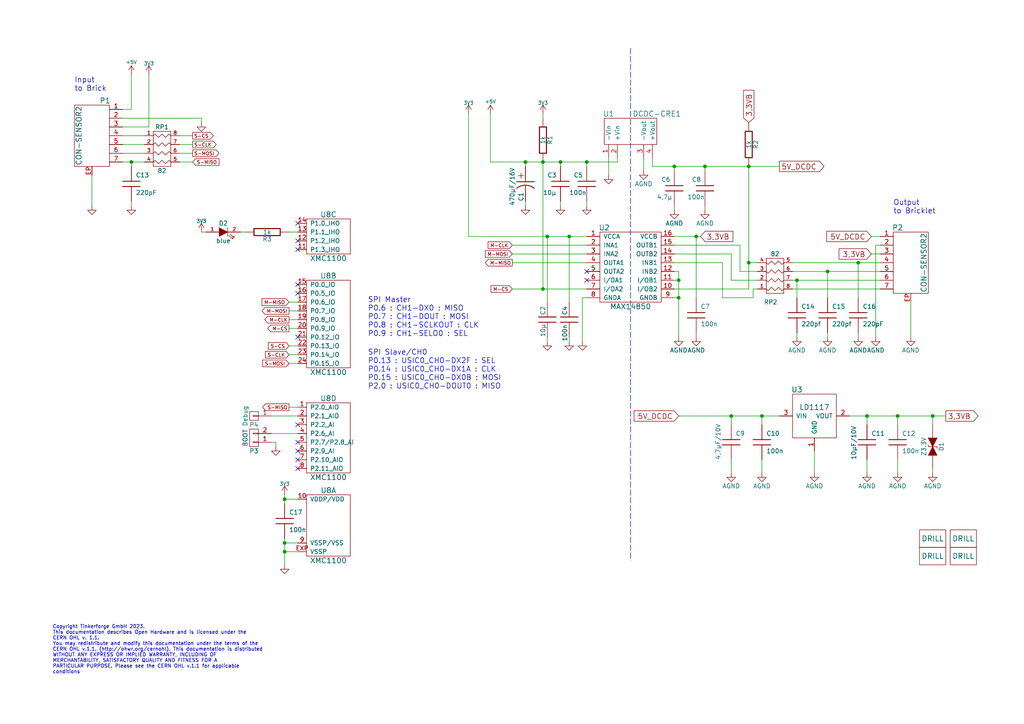
<source format=kicad_sch>
(kicad_sch (version 20211123) (generator eeschema)
  (paper "A4")
  (title_block (title "Bricklet Isolator") (date "2023-01-27") (rev "1.0") (company "Tinkerforge GmbH") (comment 1 "Licensed under CERN OHL v.1.1") (comment 2 "Copyright (©) 2023, T.Schneidermann <tim@tinkerforge.com>"))
  (lib_symbols
    (symbol "tinkerforge:+5V" (power) (pin_names (offset 0))
      (property "Value" "+5V" (at 0 3.556 0))
      (symbol "+5V_0_1"
        (polyline (pts (xy -0.762 1.27) (xy 0 2.54)))
        (polyline (pts (xy 0 0) (xy 0 2.54)))
        (polyline (pts (xy 0 2.54) (xy 0.762 1.27)))
      )
      (symbol "+5V_1_1"
        (pin power_in line (at 0 0 90) (length 0) hide (name "+5V") (number "1"))
      )
    )
    (symbol "tinkerforge:3V3" (power) (pin_names (offset 0))
      (property "Value" "3V3" (at 0 3.556 0))
      (symbol "3V3_0_1"
        (polyline (pts (xy -0.762 1.27) (xy 0 2.54)))
        (polyline (pts (xy 0 0) (xy 0 2.54)))
        (polyline (pts (xy 0 2.54) (xy 0.762 1.27)))
      )
      (symbol "3V3_1_1"
        (pin power_in line (at 0 0 90) (length 0) hide (name "3V3") (number "1"))
      )
    )
    (symbol "tinkerforge:AGND" (power) (pin_names (offset 0))
      (property "Value" "AGND" (at 0 -5.08 0))
      (symbol "AGND_0_1"
        (polyline (pts (xy 0 0) (xy 0 -1.27) (xy 1.27 -1.27) (xy 0 -2.54) (xy -1.27 -1.27) (xy 0 -1.27)))
      )
      (symbol "AGND_1_1"
        (pin power_in line (at 0 0 270) (length 0) hide (name "AGND") (number "1"))
      )
    )
    (symbol "tinkerforge:C" (pin_numbers hide) (pin_names (offset 0.254))
      (property "Reference" "C" (at 1.27 2.54 0))
      (property "Value" "C" (at 1.27 -2.54 0))
      (symbol "C_0_1"
        (polyline (pts (xy -2.54 -0.762) (xy 2.54 -0.762)) (stroke (width 0.254)))
        (polyline (pts (xy -2.54 0.762) (xy 2.54 0.762)) (stroke (width 0.254)))
      )
      (symbol "C_1_1"
        (pin passive line (at 0 5.08 270) (length 4.318) (name "~") (number "1"))
        (pin passive line (at 0 -5.08 90) (length 4.318) (name "~") (number "2"))
      )
    )
    (symbol "tinkerforge:CON-SENSOR2" (pin_names (offset 1.016))
      (property "Reference" "P" (at -3.81 10.16 0))
      (property "Value" "CON-SENSOR2" (at 3.81 0 90))
      (symbol "CON-SENSOR2_0_1"
        (rectangle (start -5.08 8.89) (end 5.08 -8.89))
      )
      (symbol "CON-SENSOR2_1_1"
        (pin passive line (at -8.89 7.62 0) (length 3.81) (name "~") (number "1"))
        (pin passive line (at -8.89 5.08 0) (length 3.81) (name "~") (number "2"))
        (pin passive line (at -8.89 2.54 0) (length 3.81) (name "~") (number "3"))
        (pin passive line (at -8.89 0 0) (length 3.81) (name "~") (number "4"))
        (pin passive line (at -8.89 -2.54 0) (length 3.81) (name "~") (number "5"))
        (pin passive line (at -8.89 -5.08 0) (length 3.81) (name "~") (number "6"))
        (pin passive line (at -8.89 -7.62 0) (length 3.81) (name "~") (number "7"))
        (pin passive line (at 0 -11.43 90) (length 2.54) (name "~") (number "EP"))
      )
    )
    (symbol "tinkerforge:CONN_01X01" (pin_names (offset 1.016) hide)
      (property "Reference" "P" (at 0 2.54 0))
      (property "Value" "CONN_01X01" (at 2.54 0 90))
      (symbol "CONN_01X01_0_1"
        (rectangle (start -1.27 0.127) (end 0.254 -0.127))
        (rectangle (start -1.27 1.27) (end 1.27 -1.27))
      )
      (symbol "CONN_01X01_1_1"
        (pin passive line (at -5.08 0 0) (length 3.81) (name "P1") (number "1"))
      )
    )
    (symbol "tinkerforge:CONN_01X02" (pin_names (offset 1.016) hide)
      (property "Reference" "P" (at 0 3.81 0))
      (property "Value" "CONN_01X02" (at 2.54 0 90))
      (symbol "CONN_01X02_0_1"
        (rectangle (start -1.27 -1.143) (end 0.254 -1.397))
        (rectangle (start -1.27 1.397) (end 0.254 1.143))
        (rectangle (start -1.27 2.54) (end 1.27 -2.54))
      )
      (symbol "CONN_01X02_1_1"
        (pin passive line (at -5.08 1.27 0) (length 3.81) (name "P1") (number "1"))
        (pin passive line (at -5.08 -1.27 0) (length 3.81) (name "P2") (number "2"))
      )
    )
    (symbol "tinkerforge:CP1" (pin_numbers hide) (pin_names (offset 0.254) hide)
      (property "Reference" "C" (at 1.27 2.54 0))
      (property "Value" "CP1" (at 1.27 -2.54 0))
      (symbol "CP1_0_0"
        (text "+" (at -1.27 2.54 0) (effects (font (size 2.032 2.032))))
      )
      (symbol "CP1_0_1"
        (polyline (pts (xy 0 1.27) (xy 0 0.762) (xy 0 0.762)))
        (polyline (pts (xy 2.54 0.635) (xy -2.54 0.635) (xy -2.54 0.635)) (stroke (width 0.254)))
        (arc (start 2.54 -1.27) (mid 0 -0.379) (end -2.54 -1.27) (stroke (width 0.254)))
      )
      (symbol "CP1_1_1"
        (pin passive line (at 0 5.08 270) (length 3.81) (name "~") (number "1"))
        (pin passive line (at 0 -5.08 90) (length 4.572) (name "~") (number "2"))
      )
    )
    (symbol "tinkerforge:DCDC-CRE1" (pin_names (offset 1.016))
      (property "Reference" "U" (at -6.35 5.08 0))
      (property "Value" "DCDC-CRE1" (at 7.62 5.08 0))
      (symbol "DCDC-CRE1_0_1"
        (rectangle (start -7.62 3.81) (end 7.62 -3.81))
      )
      (symbol "DCDC-CRE1_1_1"
        (pin passive line (at -6.35 -7.62 90) (length 3.81) (name "-Vin") (number "1"))
        (pin passive line (at -3.81 -7.62 90) (length 3.81) (name "+Vin") (number "2"))
        (pin passive line (at 3.81 -7.62 90) (length 3.81) (name "-Vout") (number "3"))
        (pin passive line (at 6.35 -7.62 90) (length 3.81) (name "+Vout") (number "4"))
      )
    )
    (symbol "tinkerforge:DRILL" (pin_numbers hide) (pin_names (offset 0) hide)
      (property "Value" "DRILL" (at 0 0 0))
      (symbol "DRILL_0_1"
        (rectangle (start -3.81 2.54) (end 3.81 -2.54))
      )
    )
    (symbol "tinkerforge:GND" (power) (pin_names (offset 0))
      (property "Value" "GND" (at 0 -5.08 0))
      (symbol "GND_0_1"
        (polyline (pts (xy 0 0) (xy 0 -1.27) (xy 1.27 -1.27) (xy 0 -2.54) (xy -1.27 -1.27) (xy 0 -1.27)))
      )
      (symbol "GND_1_1"
        (pin power_in line (at 0 0 270) (length 0) hide (name "GND") (number "1"))
      )
    )
    (symbol "tinkerforge:LD1117" (pin_names (offset 1.016))
      (property "Reference" "U" (at -5.08 12.7 0))
      (property "Value" "LD1117" (at 0 7.62 0))
      (symbol "LD1117_0_1"
        (rectangle (start -6.35 11.43) (end 6.35 -1.27))
      )
      (symbol "LD1117_1_1"
        (pin passive line (at 0 -5.08 90) (length 3.81) (name "GND") (number "1"))
        (pin output line (at 10.16 5.08 180) (length 3.81) (name "VOUT") (number "2"))
        (pin input line (at -10.16 5.08 0) (length 3.81) (name "VIN") (number "3"))
      )
    )
    (symbol "tinkerforge:LED" (pin_names (offset 1.016) hide)
      (property "Reference" "D" (at 0 2.54 0))
      (property "Value" "LED" (at 0 -2.54 0))
      (symbol "LED_0_1"
        (polyline (pts (xy 1.27 1.27) (xy 1.27 -1.27)))
        (polyline (pts (xy -1.27 1.27) (xy 1.27 0) (xy -1.27 -1.27)) (fill (type outline)))
        (polyline (pts (xy 1.651 -1.016) (xy 2.794 -2.032) (xy 2.667 -1.397)))
        (polyline (pts (xy 2.032 -0.635) (xy 3.175 -1.651) (xy 3.048 -1.016)))
      )
      (symbol "LED_1_1"
        (pin passive line (at -5.08 0 0) (length 3.81) (name "A") (number "1"))
        (pin passive line (at 5.08 0 180) (length 3.81) (name "K") (number "2"))
      )
    )
    (symbol "tinkerforge:MAX14850" (pin_names (offset 1.016))
      (property "Reference" "U" (at -7.62 11.43 0))
      (property "Value" "MAX14850" (at 0 -11.43 0))
      (symbol "MAX14850_0_1"
        (rectangle (start -8.89 10.16) (end 8.89 -10.16))
      )
      (symbol "MAX14850_1_1"
        (pin passive line (at -12.7 8.89 0) (length 3.81) (name "VCCA") (number "1"))
        (pin passive line (at 12.7 -6.35 180) (length 3.81) (name "I/OB2") (number "10"))
        (pin passive line (at 12.7 -3.81 180) (length 3.81) (name "I/OB1") (number "11"))
        (pin passive line (at 12.7 -1.27 180) (length 3.81) (name "INB2") (number "12"))
        (pin passive line (at 12.7 1.27 180) (length 3.81) (name "INB1") (number "13"))
        (pin passive line (at 12.7 3.81 180) (length 3.81) (name "OUTB2") (number "14"))
        (pin passive line (at 12.7 6.35 180) (length 3.81) (name "OUTB1") (number "15"))
        (pin passive line (at 12.7 8.89 180) (length 3.81) (name "VCCB") (number "16"))
        (pin passive line (at -12.7 6.35 0) (length 3.81) (name "INA1") (number "2"))
        (pin passive line (at -12.7 3.81 0) (length 3.81) (name "INA2") (number "3"))
        (pin passive line (at -12.7 1.27 0) (length 3.81) (name "OUTA1") (number "4"))
        (pin passive line (at -12.7 -1.27 0) (length 3.81) (name "OUTA2") (number "5"))
        (pin passive line (at -12.7 -3.81 0) (length 3.81) (name "I/OA1") (number "6"))
        (pin passive line (at -12.7 -6.35 0) (length 3.81) (name "I/OA2") (number "7"))
        (pin passive line (at -12.7 -8.89 0) (length 3.81) (name "GNDA") (number "8"))
        (pin passive line (at 12.7 -8.89 180) (length 3.81) (name "GNDB") (number "9"))
      )
    )
    (symbol "tinkerforge:R" (pin_numbers hide) (pin_names (offset 0))
      (property "Reference" "R" (at 2.032 0 90))
      (property "Value" "R" (at 0 0 90))
      (symbol "R_0_1"
        (rectangle (start -1.016 3.81) (end 1.016 -3.81) (stroke (width 0.3048)))
      )
      (symbol "R_1_1"
        (pin passive line (at 0 6.35 270) (length 2.54) (name "~") (number "1"))
        (pin passive line (at 0 -6.35 90) (length 2.54) (name "~") (number "2"))
      )
    )
    (symbol "tinkerforge:R_PACK4" (pin_names hide)
      (property "Reference" "RP" (at 0 11.43 0))
      (property "Value" "R_PACK4" (at 0 -1.27 0))
      (symbol "R_PACK4_0_1"
        (polyline (pts (xy -2.54 10.16) (xy -2.54 0) (xy 2.54 0) (xy 2.54 10.16) (xy -2.54 10.16)))
        (polyline (pts (xy -2.54 1.27) (xy -2.032 1.778) (xy -1.016 0.762) (xy 0 1.778) (xy 1.016 0.762) (xy 2.032 1.778) (xy 2.54 1.27)))
        (polyline (pts (xy -2.54 3.81) (xy -2.032 4.318) (xy -1.016 3.302) (xy 0 4.318) (xy 1.016 3.302) (xy 2.032 4.318) (xy 2.54 3.81)))
        (polyline (pts (xy -2.54 6.35) (xy -2.032 6.858) (xy -1.016 5.842) (xy 0 6.858) (xy 1.016 5.842) (xy 2.032 6.858) (xy 2.54 6.35)))
        (polyline (pts (xy -2.54 8.89) (xy -2.032 9.398) (xy -1.016 8.382) (xy 0 9.398) (xy 1.016 8.382) (xy 2.032 9.398) (xy 2.54 8.89)))
      )
      (symbol "R_PACK4_1_1"
        (pin passive line (at -5.08 8.89 0) (length 2.54) (name "P1") (number "1"))
        (pin passive line (at -5.08 6.35 0) (length 2.54) (name "P2") (number "2"))
        (pin passive line (at -5.08 3.81 0) (length 2.54) (name "P3") (number "3"))
        (pin passive line (at -5.08 1.27 0) (length 2.54) (name "P4") (number "4"))
        (pin passive line (at 5.08 1.27 180) (length 2.54) (name "R4") (number "5"))
        (pin passive line (at 5.08 3.81 180) (length 2.54) (name "R3") (number "6"))
        (pin passive line (at 5.08 6.35 180) (length 2.54) (name "R2") (number "7"))
        (pin passive line (at 5.08 8.89 180) (length 2.54) (name "R1") (number "8"))
      )
    )
    (symbol "tinkerforge:TVS" (pin_numbers hide) (pin_names (offset 1.016) hide)
      (property "Reference" "D" (at -1.27 2.54 0))
      (property "Value" "TVS" (at 0 -2.54 0))
      (symbol "TVS_0_1"
        (polyline (pts (xy 0 -1.27) (xy -0.508 -1.27)))
        (polyline (pts (xy 0 1.27) (xy 0 -1.27)) (stroke (width 0.1524)))
        (polyline (pts (xy 0 1.27) (xy 0.508 1.27)))
        (polyline (pts (xy -2.54 1.27) (xy 0 0) (xy -2.54 -1.27)) (fill (type outline)))
        (polyline (pts (xy -2.54 1.27) (xy 0 0) (xy -2.54 -1.27)) (fill (type outline)))
        (polyline (pts (xy 0 0) (xy 2.54 1.27) (xy 2.54 -1.27) (xy 0 0)) (fill (type outline)))
      )
      (symbol "TVS_1_1"
        (pin passive line (at -6.35 0 0) (length 3.81) (name "A") (number "1"))
        (pin passive line (at 6.35 0 180) (length 3.81) (name "K") (number "2"))
      )
    )
    (symbol "tinkerforge:XMC1XXX24" (pin_names (offset 1.016))
      (property "Reference" "U" (at -3.81 15.24 0))
      (property "Value" "XMC1XXX24" (at 0 -16.51 0))
      (symbol "XMC1XXX24_1_1"
        (rectangle (start -6.35 8.89) (end 6.35 -8.89))
        (pin passive line (at -8.89 7.62 0) (length 2.54) (name "VDDP/VDD") (number "10"))
        (pin passive line (at -8.89 -5.08 0) (length 2.54) (name "VSSP/VSS") (number "9"))
        (pin passive line (at -8.89 -7.62 0) (length 2.54) (name "VSSP") (number "EXP"))
      )
      (symbol "XMC1XXX24_2_1"
        (rectangle (start -6.35 12.7) (end 6.35 -12.7))
        (pin passive line (at -8.89 11.43 0) (length 2.54) (name "P0.0_IO") (number "15"))
        (pin passive line (at -8.89 8.89 0) (length 2.54) (name "P0.5_IO") (number "16"))
        (pin passive line (at -8.89 6.35 0) (length 2.54) (name "P0.6_IO") (number "17"))
        (pin passive line (at -8.89 3.81 0) (length 2.54) (name "P0.7_IO") (number "18"))
        (pin passive line (at -8.89 1.27 0) (length 2.54) (name "P0.8_IO") (number "19"))
        (pin passive line (at -8.89 -1.27 0) (length 2.54) (name "P0.9_IO") (number "20"))
        (pin passive line (at -8.89 -3.81 0) (length 2.54) (name "P0.12_IO") (number "21"))
        (pin passive line (at -8.89 -6.35 0) (length 2.54) (name "P0.13_IO") (number "22"))
        (pin passive line (at -8.89 -8.89 0) (length 2.54) (name "P0.14_IO") (number "23"))
        (pin passive line (at -8.89 -11.43 0) (length 2.54) (name "P0.15_IO") (number "24"))
      )
      (symbol "XMC1XXX24_3_1"
        (rectangle (start -6.35 5.08) (end 6.35 -5.08))
        (pin passive line (at -8.89 -3.81 0) (length 2.54) (name "P1.3_IHO") (number "11"))
        (pin passive line (at -8.89 -1.27 0) (length 2.54) (name "P1.2_IHO") (number "12"))
        (pin passive line (at -8.89 1.27 0) (length 2.54) (name "P1.1_IHO") (number "13"))
        (pin passive line (at -8.89 3.81 0) (length 2.54) (name "P1.0_IHO") (number "14"))
      )
      (symbol "XMC1XXX24_4_1"
        (rectangle (start -6.35 10.16) (end 6.35 -10.16))
        (pin passive line (at -8.89 8.89 0) (length 2.54) (name "P2.0_AIO") (number "1"))
        (pin passive line (at -8.89 6.35 0) (length 2.54) (name "P2.1_AIO") (number "2"))
        (pin passive line (at -8.89 3.81 0) (length 2.54) (name "P2.2_AI") (number "3"))
        (pin passive line (at -8.89 1.27 0) (length 2.54) (name "P2.6_AI") (number "4"))
        (pin passive line (at -8.89 -1.27 0) (length 2.54) (name "P2.7/P2.8_AI") (number "5"))
        (pin passive line (at -8.89 -3.81 0) (length 2.54) (name "P2.9_AI") (number "6"))
        (pin passive line (at -8.89 -6.35 0) (length 2.54) (name "P2.10_AIO") (number "7"))
        (pin passive line (at -8.89 -8.89 0) (length 2.54) (name "P2.11_AIO") (number "8"))
      )
    )
  )
  (junction (at 201.93 68.58))
  (junction (at 38.1 46.99))
  (junction (at 217.17 76.2))
  (junction (at 217.17 48.26))
  (junction (at 204.47 48.26))
  (junction (at 220.98 120.65))
  (junction (at 157.48 83.82))
  (junction (at 251.46 120.65))
  (junction (at 157.48 46.99))
  (junction (at 231.14 81.28))
  (junction (at 158.75 68.58))
  (junction (at 82.55 157.48))
  (junction (at 82.55 144.78))
  (junction (at 82.55 160.02))
  (junction (at 196.85 81.28))
  (junction (at 170.18 46.99))
  (junction (at 270.51 120.65))
  (junction (at 195.58 48.26))
  (junction (at 152.4 46.99))
  (junction (at 162.56 46.99))
  (junction (at 212.09 120.65))
  (junction (at 196.85 86.36))
  (junction (at 165.1 68.58))
  (junction (at 248.92 76.2))
  (junction (at 240.03 78.74))
  (junction (at 260.35 120.65))
  (no_connect (at 86.36 135.89))
  (no_connect (at 86.36 128.27))
  (no_connect (at 86.36 69.85))
  (no_connect (at 170.18 81.28))
  (no_connect (at 170.18 78.74))
  (no_connect (at 86.36 85.09))
  (no_connect (at 86.36 130.81))
  (no_connect (at 86.36 72.39))
  (no_connect (at 86.36 64.77))
  (no_connect (at 86.36 82.55))
  (no_connect (at 86.36 133.35))
  (no_connect (at 86.36 123.19))
  (no_connect (at 86.36 97.79))
  (wire (pts (xy 195.58 86.36) (xy 196.85 86.36)))
  (wire (pts (xy 83.82 87.63) (xy 86.36 87.63)))
  (wire (pts (xy 86.36 95.25) (xy 83.82 95.25)))
  (wire (pts (xy 58.42 34.29) (xy 58.42 35.56)))
  (wire (pts (xy 78.74 128.27) (xy 80.01 128.27)))
  (wire (pts (xy 195.58 81.28) (xy 196.85 81.28)))
  (wire (pts (xy 38.1 59.69) (xy 38.1 58.42)))
  (wire (pts (xy 231.14 96.52) (xy 231.14 97.79)))
  (wire (pts (xy 260.35 120.65) (xy 270.51 120.65)))
  (wire (pts (xy 229.87 76.2) (xy 248.92 76.2)))
  (wire (pts (xy 218.44 83.82) (xy 219.71 83.82)))
  (wire (pts (xy 212.09 73.66) (xy 212.09 81.28)))
  (wire (pts (xy 251.46 123.19) (xy 251.46 120.65)))
  (wire (pts (xy 55.88 41.91) (xy 52.07 41.91)))
  (wire (pts (xy 86.36 118.11) (xy 83.82 118.11)))
  (wire (pts (xy 255.27 71.12) (xy 254 71.12)))
  (wire (pts (xy 170.18 86.36) (xy 168.91 86.36)))
  (wire (pts (xy 218.44 83.82) (xy 218.44 86.36)))
  (polyline (pts (xy 182.88 13.97) (xy 182.88 162.56)))
  (wire (pts (xy 86.36 102.87) (xy 83.82 102.87)))
  (wire (pts (xy 148.59 76.2) (xy 170.18 76.2)))
  (wire (pts (xy 251.46 137.16) (xy 251.46 133.35)))
  (wire (pts (xy 240.03 86.36) (xy 240.03 78.74)))
  (wire (pts (xy 35.56 46.99) (xy 38.1 46.99)))
  (wire (pts (xy 195.58 76.2) (xy 209.55 76.2)))
  (wire (pts (xy 204.47 48.26) (xy 217.17 48.26)))
  (wire (pts (xy 157.48 46.99) (xy 162.56 46.99)))
  (wire (pts (xy 179.07 46.99) (xy 179.07 45.72)))
  (wire (pts (xy 135.89 68.58) (xy 158.75 68.58)))
  (wire (pts (xy 38.1 31.75) (xy 38.1 21.59)))
  (wire (pts (xy 35.56 34.29) (xy 58.42 34.29)))
  (wire (pts (xy 148.59 73.66) (xy 170.18 73.66)))
  (wire (pts (xy 270.51 123.19) (xy 270.51 120.65)))
  (wire (pts (xy 209.55 76.2) (xy 209.55 86.36)))
  (wire (pts (xy 152.4 48.26) (xy 152.4 46.99)))
  (wire (pts (xy 43.18 36.83) (xy 35.56 36.83)))
  (wire (pts (xy 82.55 160.02) (xy 86.36 160.02)))
  (wire (pts (xy 82.55 157.48) (xy 82.55 160.02)))
  (wire (pts (xy 270.51 120.65) (xy 274.32 120.65)))
  (wire (pts (xy 196.85 78.74) (xy 196.85 81.28)))
  (wire (pts (xy 162.56 46.99) (xy 170.18 46.99)))
  (wire (pts (xy 83.82 100.33) (xy 86.36 100.33)))
  (wire (pts (xy 196.85 81.28) (xy 196.85 86.36)))
  (wire (pts (xy 195.58 49.53) (xy 195.58 48.26)))
  (wire (pts (xy 152.4 46.99) (xy 157.48 46.99)))
  (wire (pts (xy 82.55 160.02) (xy 82.55 163.83)))
  (wire (pts (xy 142.24 46.99) (xy 142.24 33.02)))
  (wire (pts (xy 217.17 48.26) (xy 226.06 48.26)))
  (wire (pts (xy 135.89 68.58) (xy 135.89 33.02)))
  (wire (pts (xy 35.56 39.37) (xy 41.91 39.37)))
  (wire (pts (xy 255.27 78.74) (xy 240.03 78.74)))
  (wire (pts (xy 212.09 133.35) (xy 212.09 137.16)))
  (wire (pts (xy 270.51 137.16) (xy 270.51 135.89)))
  (wire (pts (xy 220.98 137.16) (xy 220.98 133.35)))
  (wire (pts (xy 260.35 123.19) (xy 260.35 120.65)))
  (wire (pts (xy 142.24 46.99) (xy 152.4 46.99)))
  (wire (pts (xy 148.59 71.12) (xy 170.18 71.12)))
  (wire (pts (xy 71.12 67.31) (xy 69.85 67.31)))
  (wire (pts (xy 226.06 120.65) (xy 220.98 120.65)))
  (wire (pts (xy 189.23 45.72) (xy 189.23 48.26)))
  (wire (pts (xy 43.18 21.59) (xy 43.18 36.83)))
  (wire (pts (xy 260.35 133.35) (xy 260.35 137.16)))
  (wire (pts (xy 248.92 86.36) (xy 248.92 76.2)))
  (wire (pts (xy 165.1 68.58) (xy 165.1 87.63)))
  (wire (pts (xy 165.1 97.79) (xy 165.1 99.06)))
  (wire (pts (xy 212.09 120.65) (xy 196.85 120.65)))
  (wire (pts (xy 214.63 78.74) (xy 219.71 78.74)))
  (wire (pts (xy 158.75 99.06) (xy 158.75 97.79)))
  (wire (pts (xy 148.59 83.82) (xy 157.48 83.82)))
  (wire (pts (xy 165.1 68.58) (xy 170.18 68.58)))
  (wire (pts (xy 189.23 48.26) (xy 195.58 48.26)))
  (wire (pts (xy 162.56 58.42) (xy 162.56 59.69)))
  (wire (pts (xy 152.4 58.42) (xy 152.4 59.69)))
  (wire (pts (xy 82.55 156.21) (xy 82.55 157.48)))
  (wire (pts (xy 195.58 73.66) (xy 212.09 73.66)))
  (wire (pts (xy 252.73 73.66) (xy 255.27 73.66)))
  (wire (pts (xy 82.55 157.48) (xy 86.36 157.48)))
  (wire (pts (xy 26.67 50.8) (xy 26.67 59.69)))
  (wire (pts (xy 201.93 96.52) (xy 201.93 97.79)))
  (wire (pts (xy 59.69 67.31) (xy 58.42 67.31)))
  (wire (pts (xy 248.92 96.52) (xy 248.92 97.79)))
  (wire (pts (xy 80.01 128.27) (xy 80.01 129.54)))
  (wire (pts (xy 212.09 123.19) (xy 212.09 120.65)))
  (wire (pts (xy 170.18 48.26) (xy 170.18 46.99)))
  (wire (pts (xy 254 71.12) (xy 254 97.79)))
  (wire (pts (xy 251.46 120.65) (xy 260.35 120.65)))
  (wire (pts (xy 195.58 71.12) (xy 214.63 71.12)))
  (wire (pts (xy 86.36 144.78) (xy 82.55 144.78)))
  (wire (pts (xy 204.47 60.96) (xy 204.47 59.69)))
  (wire (pts (xy 204.47 49.53) (xy 204.47 48.26)))
  (wire (pts (xy 170.18 58.42) (xy 170.18 59.69)))
  (wire (pts (xy 217.17 76.2) (xy 219.71 76.2)))
  (wire (pts (xy 35.56 31.75) (xy 38.1 31.75)))
  (wire (pts (xy 217.17 76.2) (xy 217.17 83.82)))
  (wire (pts (xy 252.73 68.58) (xy 255.27 68.58)))
  (wire (pts (xy 220.98 120.65) (xy 212.09 120.65)))
  (wire (pts (xy 201.93 68.58) (xy 201.93 86.36)))
  (wire (pts (xy 231.14 86.36) (xy 231.14 81.28)))
  (wire (pts (xy 195.58 48.26) (xy 204.47 48.26)))
  (wire (pts (xy 86.36 125.73) (xy 78.74 125.73)))
  (wire (pts (xy 83.82 105.41) (xy 86.36 105.41)))
  (wire (pts (xy 86.36 90.17) (xy 83.82 90.17)))
  (wire (pts (xy 186.69 45.72) (xy 186.69 49.53)))
  (wire (pts (xy 195.58 60.96) (xy 195.58 59.69)))
  (wire (pts (xy 196.85 86.36) (xy 196.85 97.79)))
  (wire (pts (xy 248.92 76.2) (xy 255.27 76.2)))
  (wire (pts (xy 240.03 78.74) (xy 229.87 78.74)))
  (wire (pts (xy 220.98 123.19) (xy 220.98 120.65)))
  (wire (pts (xy 35.56 44.45) (xy 41.91 44.45)))
  (wire (pts (xy 52.07 44.45) (xy 55.88 44.45)))
  (wire (pts (xy 157.48 34.29) (xy 157.48 33.02)))
  (wire (pts (xy 78.74 120.65) (xy 86.36 120.65)))
  (wire (pts (xy 38.1 46.99) (xy 38.1 48.26)))
  (wire (pts (xy 168.91 86.36) (xy 168.91 99.06)))
  (wire (pts (xy 195.58 68.58) (xy 201.93 68.58)))
  (wire (pts (xy 38.1 46.99) (xy 41.91 46.99)))
  (wire (pts (xy 176.53 45.72) (xy 176.53 50.8)))
  (wire (pts (xy 195.58 78.74) (xy 196.85 78.74)))
  (wire (pts (xy 157.48 83.82) (xy 170.18 83.82)))
  (wire (pts (xy 217.17 48.26) (xy 217.17 76.2)))
  (wire (pts (xy 236.22 130.81) (xy 236.22 137.16)))
  (wire (pts (xy 201.93 68.58) (xy 203.2 68.58)))
  (wire (pts (xy 212.09 81.28) (xy 219.71 81.28)))
  (wire (pts (xy 246.38 120.65) (xy 251.46 120.65)))
  (wire (pts (xy 83.82 92.71) (xy 86.36 92.71)))
  (wire (pts (xy 157.48 46.99) (xy 157.48 83.82)))
  (wire (pts (xy 170.18 46.99) (xy 179.07 46.99)))
  (wire (pts (xy 240.03 96.52) (xy 240.03 97.79)))
  (wire (pts (xy 229.87 81.28) (xy 231.14 81.28)))
  (wire (pts (xy 83.82 67.31) (xy 86.36 67.31)))
  (wire (pts (xy 41.91 41.91) (xy 35.56 41.91)))
  (wire (pts (xy 158.75 68.58) (xy 165.1 68.58)))
  (wire (pts (xy 264.16 97.79) (xy 264.16 87.63)))
  (wire (pts (xy 82.55 143.51) (xy 82.55 144.78)))
  (wire (pts (xy 218.44 86.36) (xy 209.55 86.36)))
  (wire (pts (xy 231.14 81.28) (xy 255.27 81.28)))
  (wire (pts (xy 52.07 39.37) (xy 55.88 39.37)))
  (wire (pts (xy 162.56 48.26) (xy 162.56 46.99)))
  (wire (pts (xy 217.17 83.82) (xy 195.58 83.82)))
  (wire (pts (xy 158.75 87.63) (xy 158.75 68.58)))
  (wire (pts (xy 55.88 46.99) (xy 52.07 46.99)))
  (wire (pts (xy 82.55 144.78) (xy 82.55 146.05)))
  (wire (pts (xy 214.63 71.12) (xy 214.63 78.74)))
  (wire (pts (xy 255.27 83.82) (xy 229.87 83.82)))
  (text "Output\nto Bricklet" (at 259.08 62.23 0) (effects (font (size 1.524 1.524)) (justify left bottom)))
  (text "SPI Slave/CH0\nP0.13 : USIC0_CH0-DX2F : SEL\nP0.14 : USIC0_CH0-DX1A : CLK\nP0.15 : USIC0_CH0-DX0B : MOSI\nP2.0 : USIC0_CH0-DOUT0 : MISO" (at 106.68 113.03 0) (effects (font (size 1.524 1.524)) (justify left bottom)))
  (text "Input\nto Brick" (at 21.59 26.67 0) (effects (font (size 1.524 1.524)) (justify left bottom)))
  (text "Copyright Tinkerforge GmbH 2023.\nThis documentation describes Open Hardware and is licensed under the\nCERN OHL v. 1.1.\nYou may redistribute and modify this documentation under the terms of the\nCERN OHL v.1.1. (http://ohwr.org/cernohl). This documentation is distributed\nWITHOUT ANY EXPRESS OR IMPLIED WARRANTY, INCLUDING OF\nMERCHANTABILITY, SATISFACTORY QUALITY AND FITNESS FOR A\nPARTICULAR PURPOSE. Please see the CERN OHL v.1.1 for applicable\nconditions\n" (at 15.24 195.58 0) (effects (font (size 1.016 1.016)) (justify left bottom)))
  (text "SPI Master\nP0.6 : CH1-DX0 : MISO\nP0.7 : CH1-DOUT : MOSI\nP0.8 : CH1-SCLKOUT : CLK\nP0.9 : CH1-SELO0 : SEL" (at 106.68 97.79 0) (effects (font (size 1.524 1.524)) (justify left bottom)))
  (global_label "M-CS" (shape input) (at 148.59 83.82 180) (effects (font (size 0.9906 0.9906))) (property "Intersheet References" "${INTERSHEET_REFS}" (effects hide)))
  (global_label "5V_DCDC" (shape input) (at 252.73 68.58 180) (effects (font (size 1.524 1.524))) (property "Intersheet References" "${INTERSHEET_REFS}" (effects hide)))
  (global_label "S-MOSI" (shape output) (at 55.88 44.45 0) (effects (font (size 0.9906 0.9906))) (property "Intersheet References" "${INTERSHEET_REFS}" (effects hide)))
  (global_label "M-CS" (shape output) (at 83.82 95.25 180) (effects (font (size 0.9906 0.9906))) (property "Intersheet References" "${INTERSHEET_REFS}" (effects hide)))
  (global_label "S-MOSI" (shape input) (at 83.82 105.41 180) (effects (font (size 0.9906 0.9906))) (property "Intersheet References" "${INTERSHEET_REFS}" (effects hide)))
  (global_label "M-CLK" (shape output) (at 83.82 92.71 180) (effects (font (size 0.9906 0.9906))) (property "Intersheet References" "${INTERSHEET_REFS}" (effects hide)))
  (global_label "S-MISO" (shape output) (at 83.82 118.11 180) (effects (font (size 0.9906 0.9906))) (property "Intersheet References" "${INTERSHEET_REFS}" (effects hide)))
  (global_label "S-CS" (shape input) (at 83.82 100.33 180) (effects (font (size 0.9906 0.9906))) (property "Intersheet References" "${INTERSHEET_REFS}" (effects hide)))
  (global_label "M-CLK" (shape input) (at 148.59 71.12 180) (effects (font (size 0.9906 0.9906))) (property "Intersheet References" "${INTERSHEET_REFS}" (effects hide)))
  (global_label "3,3VB" (shape input) (at 217.17 35.56 90) (effects (font (size 1.524 1.524))) (property "Intersheet References" "${INTERSHEET_REFS}" (effects hide)))
  (global_label "S-CLK" (shape input) (at 83.82 102.87 180) (effects (font (size 0.9906 0.9906))) (property "Intersheet References" "${INTERSHEET_REFS}" (effects hide)))
  (global_label "M-MOSI" (shape input) (at 148.59 73.66 180) (effects (font (size 0.9906 0.9906))) (property "Intersheet References" "${INTERSHEET_REFS}" (effects hide)))
  (global_label "3,3VB" (shape input) (at 252.73 73.66 180) (effects (font (size 1.524 1.524))) (property "Intersheet References" "${INTERSHEET_REFS}" (effects hide)))
  (global_label "5V_DCDC" (shape output) (at 226.06 48.26 0) (effects (font (size 1.524 1.524))) (property "Intersheet References" "${INTERSHEET_REFS}" (effects hide)))
  (global_label "S-CLK" (shape output) (at 55.88 41.91 0) (effects (font (size 0.9906 0.9906))) (property "Intersheet References" "${INTERSHEET_REFS}" (effects hide)))
  (global_label "S-MISO" (shape input) (at 55.88 46.99 0) (effects (font (size 0.9906 0.9906))) (property "Intersheet References" "${INTERSHEET_REFS}" (effects hide)))
  (global_label "M-MOSI" (shape output) (at 83.82 90.17 180) (effects (font (size 0.9906 0.9906))) (property "Intersheet References" "${INTERSHEET_REFS}" (effects hide)))
  (global_label "M-MISO" (shape input) (at 83.82 87.63 180) (effects (font (size 0.9906 0.9906))) (property "Intersheet References" "${INTERSHEET_REFS}" (effects hide)))
  (global_label "3,3VB" (shape input) (at 203.2 68.58 0) (effects (font (size 1.524 1.524))) (property "Intersheet References" "${INTERSHEET_REFS}" (effects hide)))
  (global_label "3,3VB" (shape output) (at 274.32 120.65 0) (effects (font (size 1.524 1.524))) (property "Intersheet References" "${INTERSHEET_REFS}" (effects hide)))
  (global_label "M-MISO" (shape output) (at 148.59 76.2 180) (effects (font (size 0.9906 0.9906))) (property "Intersheet References" "${INTERSHEET_REFS}" (effects hide)))
  (global_label "S-CS" (shape output) (at 55.88 39.37 0) (effects (font (size 0.9906 0.9906))) (property "Intersheet References" "${INTERSHEET_REFS}" (effects hide)))
  (global_label "5V_DCDC" (shape input) (at 196.85 120.65 180) (effects (font (size 1.524 1.524))) (property "Intersheet References" "${INTERSHEET_REFS}" (effects hide)))
  (symbol (lib_id "tinkerforge:MAX14850") (at 182.88 77.47 0) (unit 1)
    (property "Reference" "U2" (at 175.26 66.04 0) (effects (font (size 1.524 1.524))))
    (property "Value" "MAX14850" (at 182.88 88.9 0) (effects (font (size 1.524 1.524))))
    (property "Footprint" "kicad-libraries:SOIC16" (effects hide))
  )
  (symbol (lib_id "tinkerforge:CON-SENSOR2") (at 26.67 39.37 0) (mirror y) (unit 1)
    (property "Reference" "P1" (at 30.48 29.21 0) (effects (font (size 1.524 1.524))))
    (property "Value" "CON-SENSOR2" (at 22.86 39.37 90) (effects (font (size 1.524 1.524))))
    (property "Footprint" "kicad-libraries:CON-SENSOR2" (effects hide))
  )
  (symbol (lib_id "tinkerforge:CON-SENSOR2") (at 264.16 76.2 0) (unit 1)
    (property "Reference" "P2" (at 260.35 66.04 0) (effects (font (size 1.524 1.524))))
    (property "Value" "CON-SENSOR2" (at 267.97 76.2 90) (effects (font (size 1.524 1.524))))
    (property "Footprint" "kicad-libraries:CON-SENSOR2" (effects hide))
  )
  (symbol (lib_id "tinkerforge:LD1117") (at 236.22 125.73 0) (unit 1)
    (property "Reference" "U3" (at 231.14 113.03 0) (effects (font (size 1.524 1.524))))
    (property "Value" "LD1117" (at 236.22 118.11 0) (effects (font (size 1.524 1.524))))
    (property "Footprint" "kicad-libraries:SOT-223" (effects hide))
  )
  (symbol (lib_id "tinkerforge:C") (at 212.09 128.27 0) (unit 1)
    (property "Reference" "C9" (at 213.36 125.73 0) (effects (justify left)))
    (property "Value" "4,7µF/10V" (at 208.28 133.35 90) (effects (justify left)))
    (property "Footprint" "kicad-libraries:C0805" (effects hide))
  )
  (symbol (lib_id "tinkerforge:C") (at 220.98 128.27 0) (unit 1)
    (property "Reference" "C10" (at 222.25 125.73 0) (effects (justify left)))
    (property "Value" "100n" (at 222.25 130.81 0) (effects (justify left)))
    (property "Footprint" "kicad-libraries:C0603F" (effects hide))
  )
  (symbol (lib_id "tinkerforge:C") (at 251.46 128.27 0) (unit 1)
    (property "Reference" "C11" (at 252.73 125.73 0) (effects (justify left)))
    (property "Value" "10µF/10V" (at 247.65 133.35 90) (effects (justify left)))
    (property "Footprint" "kicad-libraries:C0805" (effects hide))
  )
  (symbol (lib_id "tinkerforge:C") (at 260.35 128.27 0) (unit 1)
    (property "Reference" "C12" (at 261.62 125.73 0) (effects (justify left)))
    (property "Value" "100n" (at 261.62 130.81 0) (effects (justify left)))
    (property "Footprint" "kicad-libraries:C0603F" (effects hide))
  )
  (symbol (lib_id "tinkerforge:DCDC-CRE1") (at 182.88 38.1 0) (unit 1)
    (property "Reference" "U1" (at 176.53 33.02 0) (effects (font (size 1.524 1.524))))
    (property "Value" "DCDC-CRE1" (at 190.5 33.02 0) (effects (font (size 1.524 1.524))))
    (property "Footprint" "kicad-libraries:SIP4" (effects hide))
  )
  (symbol (lib_id "tinkerforge:GND") (at 176.53 50.8 0) (unit 1)
    (property "Reference" "#PWR01" (effects hide))
    (property "Value" "GND" (effects hide))
  )
  (symbol (lib_id "tinkerforge:GND") (at 168.91 99.06 0) (unit 1)
    (property "Reference" "#PWR06" (effects hide))
    (property "Value" "GND" (effects hide))
  )
  (symbol (lib_id "tinkerforge:R") (at 157.48 40.64 0) (unit 1)
    (property "Reference" "R1" (at 159.512 40.64 90))
    (property "Value" "1k" (at 157.48 40.64 90))
    (property "Footprint" "kicad-libraries:R0603F" (effects hide))
  )
  (symbol (lib_id "tinkerforge:3V3") (at 157.48 33.02 0) (unit 1)
    (property "Reference" "#PWR07" (effects hide))
    (property "Value" "3V3" (at 157.48 29.845 0) (effects (font (size 1.016 1.016))))
  )
  (symbol (lib_id "tinkerforge:R") (at 217.17 41.91 0) (unit 1)
    (property "Reference" "R2" (at 219.202 41.91 90))
    (property "Value" "1k" (at 217.17 41.91 90))
    (property "Footprint" "kicad-libraries:R0603F" (effects hide))
  )
  (symbol (lib_id "tinkerforge:GND") (at 58.42 35.56 0) (unit 1)
    (property "Reference" "#PWR08" (effects hide))
    (property "Value" "GND" (effects hide))
  )
  (symbol (lib_id "tinkerforge:C") (at 201.93 91.44 0) (unit 1)
    (property "Reference" "C7" (at 203.2 88.9 0) (effects (justify left)))
    (property "Value" "100n" (at 203.2 93.98 0) (effects (justify left)))
    (property "Footprint" "kicad-libraries:C0603F" (effects hide))
  )
  (symbol (lib_id "tinkerforge:C") (at 165.1 92.71 0) (unit 1)
    (property "Reference" "C4" (at 163.83 91.44 90) (effects (justify left)))
    (property "Value" "100n" (at 163.83 99.06 90) (effects (justify left)))
    (property "Footprint" "kicad-libraries:C0603F" (effects hide))
  )
  (symbol (lib_id "tinkerforge:GND") (at 165.1 99.06 0) (unit 1)
    (property "Reference" "#PWR014" (effects hide))
    (property "Value" "GND" (effects hide))
  )
  (symbol (lib_id "tinkerforge:AGND") (at 201.93 97.79 0) (unit 1)
    (property "Reference" "#PWR015" (effects hide))
    (property "Value" "AGND" (at 201.93 101.6 0))
  )
  (symbol (lib_id "tinkerforge:CP1") (at 152.4 53.34 0) (unit 1)
    (property "Reference" "C1" (at 151.13 58.42 90) (effects (justify left)))
    (property "Value" "470µF/16V" (at 148.59 59.69 90) (effects (justify left)))
    (property "Footprint" "kicad-libraries:ELKO_83" (effects hide))
  )
  (symbol (lib_id "tinkerforge:C") (at 170.18 53.34 0) (unit 1)
    (property "Reference" "C5" (at 166.37 50.8 0) (effects (justify left)))
    (property "Value" "100n" (at 165.1 55.88 0) (effects (justify left)))
    (property "Footprint" "kicad-libraries:C0603F" (effects hide))
  )
  (symbol (lib_id "tinkerforge:C") (at 162.56 53.34 0) (unit 1)
    (property "Reference" "C3" (at 158.75 50.8 0) (effects (justify left)))
    (property "Value" "10µ" (at 157.48 55.88 0) (effects (justify left)))
    (property "Footprint" "kicad-libraries:C0805" (effects hide))
  )
  (symbol (lib_id "tinkerforge:GND") (at 152.4 59.69 0) (unit 1)
    (property "Reference" "#PWR016" (effects hide))
    (property "Value" "GND" (effects hide))
  )
  (symbol (lib_id "tinkerforge:GND") (at 162.56 59.69 0) (unit 1)
    (property "Reference" "#PWR017" (effects hide))
    (property "Value" "GND" (effects hide))
  )
  (symbol (lib_id "tinkerforge:GND") (at 170.18 59.69 0) (unit 1)
    (property "Reference" "#PWR018" (effects hide))
    (property "Value" "GND" (effects hide))
  )
  (symbol (lib_id "tinkerforge:C") (at 195.58 54.61 0) (unit 1)
    (property "Reference" "C6" (at 191.77 52.07 0) (effects (justify left)))
    (property "Value" "4,7µ" (at 190.5 57.15 0) (effects (justify left)))
    (property "Footprint" "kicad-libraries:C0805" (effects hide))
  )
  (symbol (lib_id "tinkerforge:C") (at 204.47 54.61 0) (unit 1)
    (property "Reference" "C8" (at 200.66 52.07 0) (effects (justify left)))
    (property "Value" "100n" (at 199.39 57.15 0) (effects (justify left)))
    (property "Footprint" "kicad-libraries:C0603F" (effects hide))
  )
  (symbol (lib_id "tinkerforge:C") (at 158.75 92.71 0) (unit 1)
    (property "Reference" "C2" (at 157.48 91.44 90) (effects (justify left)))
    (property "Value" "10µ" (at 157.48 97.79 90) (effects (justify left)))
    (property "Footprint" "kicad-libraries:C0805" (effects hide))
  )
  (symbol (lib_id "tinkerforge:GND") (at 158.75 99.06 0) (unit 1)
    (property "Reference" "#PWR021" (effects hide))
    (property "Value" "GND" (effects hide))
  )
  (symbol (lib_id "tinkerforge:TVS") (at 270.51 129.54 270) (unit 1)
    (property "Reference" "D1" (at 273.05 129.54 0))
    (property "Value" "Z3.3V" (at 267.97 129.54 0))
    (property "Footprint" "kicad-libraries:SOD-323" (effects hide))
  )
  (symbol (lib_id "tinkerforge:DRILL") (at 279.4 161.29 0) (unit 1)
    (property "Reference" "U7" (effects hide))
    (property "Value" "DRILL" (at 279.4 161.29 0) (effects (font (size 1.524 1.524))))
    (property "Footprint" "kicad-libraries:DRILL_NP" (effects hide))
  )
  (symbol (lib_id "tinkerforge:DRILL") (at 270.51 161.29 0) (unit 1)
    (property "Reference" "U5" (effects hide))
    (property "Value" "DRILL" (at 270.51 161.29 0) (effects (font (size 1.524 1.524))))
    (property "Footprint" "kicad-libraries:DRILL_NP" (effects hide))
  )
  (symbol (lib_id "tinkerforge:DRILL") (at 270.51 156.21 0) (unit 1)
    (property "Reference" "U4" (effects hide))
    (property "Value" "DRILL" (at 270.51 156.21 0) (effects (font (size 1.524 1.524))))
    (property "Footprint" "kicad-libraries:DRILL_NP" (effects hide))
  )
  (symbol (lib_id "tinkerforge:DRILL") (at 279.4 156.21 0) (unit 1)
    (property "Reference" "U6" (effects hide))
    (property "Value" "DRILL" (at 279.4 156.21 0) (effects (font (size 1.524 1.524))))
    (property "Footprint" "kicad-libraries:DRILL_NP" (effects hide))
  )
  (symbol (lib_id "tinkerforge:3V3") (at 135.89 33.02 0) (unit 1)
    (property "Reference" "#PWR023" (effects hide))
    (property "Value" "3V3" (at 135.89 29.845 0) (effects (font (size 1.016 1.016))))
  )
  (symbol (lib_id "tinkerforge:R_PACK4") (at 46.99 48.26 0) (unit 1)
    (property "Reference" "RP1" (at 46.99 36.83 0))
    (property "Value" "82" (at 46.99 49.53 0))
    (property "Footprint" "kicad-libraries:4X0402" (effects hide))
  )
  (symbol (lib_id "tinkerforge:C") (at 38.1 53.34 0) (unit 1)
    (property "Reference" "C13" (at 39.37 50.8 0) (effects (justify left)))
    (property "Value" "220pF" (at 39.37 55.88 0) (effects (justify left)))
    (property "Footprint" "kicad-libraries:C0402F" (effects hide))
  )
  (symbol (lib_id "tinkerforge:R_PACK4") (at 224.79 74.93 0) (mirror x) (unit 1)
    (property "Reference" "RP2" (at 223.52 87.63 0))
    (property "Value" "82" (at 224.79 73.66 0))
    (property "Footprint" "kicad-libraries:4X0402" (effects hide))
  )
  (symbol (lib_id "tinkerforge:C") (at 231.14 91.44 0) (unit 1)
    (property "Reference" "C14" (at 232.41 88.9 0) (effects (justify left)))
    (property "Value" "220pf" (at 232.41 93.98 0) (effects (justify left)))
    (property "Footprint" "kicad-libraries:C0402F" (effects hide))
  )
  (symbol (lib_id "tinkerforge:C") (at 240.03 91.44 0) (unit 1)
    (property "Reference" "C15" (at 241.3 88.9 0) (effects (justify left)))
    (property "Value" "220pf" (at 241.3 93.98 0) (effects (justify left)))
    (property "Footprint" "kicad-libraries:C0402F" (effects hide))
  )
  (symbol (lib_id "tinkerforge:C") (at 248.92 91.44 0) (unit 1)
    (property "Reference" "C16" (at 250.19 88.9 0) (effects (justify left)))
    (property "Value" "220pF" (at 250.19 93.98 0) (effects (justify left)))
    (property "Footprint" "kicad-libraries:C0402F" (effects hide))
  )
  (symbol (lib_id "tinkerforge:XMC1XXX24") (at 95.25 127 0) (unit 4)
    (property "Reference" "U8" (at 95.25 115.57 0) (effects (font (size 1.524 1.524))))
    (property "Value" "XMC1100" (at 95.25 138.43 0) (effects (font (size 1.524 1.524))))
    (property "Footprint" "kicad-libraries:QFN24-4x4mm-0.5mm" (effects hide))
  )
  (symbol (lib_id "tinkerforge:XMC1XXX24") (at 95.25 93.98 0) (unit 2)
    (property "Reference" "U8" (at 95.25 80.01 0) (effects (font (size 1.524 1.524))))
    (property "Value" "XMC1100" (at 95.25 107.95 0) (effects (font (size 1.524 1.524))))
    (property "Footprint" "kicad-libraries:QFN24-4x4mm-0.5mm" (effects hide))
  )
  (symbol (lib_id "tinkerforge:XMC1XXX24") (at 95.25 68.58 0) (unit 3)
    (property "Reference" "U8" (at 95.25 62.23 0) (effects (font (size 1.524 1.524))))
    (property "Value" "XMC1100" (at 95.25 74.93 0) (effects (font (size 1.524 1.524))))
    (property "Footprint" "kicad-libraries:QFN24-4x4mm-0.5mm" (effects hide))
  )
  (symbol (lib_id "tinkerforge:XMC1XXX24") (at 95.25 152.4 0) (unit 1)
    (property "Reference" "U8" (at 95.25 142.24 0) (effects (font (size 1.524 1.524))))
    (property "Value" "XMC1100" (at 95.25 162.56 0) (effects (font (size 1.524 1.524))))
    (property "Footprint" "kicad-libraries:QFN24-4x4mm-0.5mm" (effects hide))
  )
  (symbol (lib_id "tinkerforge:C") (at 82.55 151.13 0) (unit 1)
    (property "Reference" "C17" (at 83.82 148.59 0) (effects (justify left)))
    (property "Value" "100n" (at 83.82 153.67 0) (effects (justify left)))
    (property "Footprint" "kicad-libraries:C0603F" (effects hide))
  )
  (symbol (lib_id "tinkerforge:3V3") (at 82.55 143.51 0) (unit 1)
    (property "Reference" "#PWR027" (effects hide))
    (property "Value" "3V3" (at 82.55 140.335 0) (effects (font (size 1.016 1.016))))
  )
  (symbol (lib_id "tinkerforge:GND") (at 82.55 163.83 0) (unit 1)
    (property "Reference" "#PWR028" (effects hide))
    (property "Value" "GND" (effects hide))
  )
  (symbol (lib_id "tinkerforge:CONN_01X02") (at 73.66 127 180) (unit 1)
    (property "Reference" "P3" (at 73.66 130.81 0))
    (property "Value" "BOOT" (at 71.12 127 90))
    (property "Footprint" "kicad-libraries:SolderJumper" (effects hide))
  )
  (symbol (lib_id "tinkerforge:GND") (at 80.01 129.54 0) (unit 1)
    (property "Reference" "#PWR029" (effects hide))
    (property "Value" "GND" (effects hide))
  )
  (symbol (lib_id "tinkerforge:R") (at 77.47 67.31 270) (unit 1)
    (property "Reference" "R3" (at 77.47 69.342 90))
    (property "Value" "1k" (at 77.47 67.31 90))
    (property "Footprint" "kicad-libraries:R0603F" (effects hide))
  )
  (symbol (lib_id "tinkerforge:LED") (at 64.77 67.31 0) (unit 1)
    (property "Reference" "D2" (at 64.77 64.77 0))
    (property "Value" "blue" (at 64.77 69.85 0))
    (property "Footprint" "kicad-libraries:D0603E" (effects hide))
  )
  (symbol (lib_id "tinkerforge:3V3") (at 58.42 67.31 0) (unit 1)
    (property "Reference" "#PWR030" (effects hide))
    (property "Value" "3V3" (at 58.42 64.135 0) (effects (font (size 1.016 1.016))))
  )
  (symbol (lib_id "tinkerforge:CONN_01X01") (at 73.66 120.65 180) (unit 1)
    (property "Reference" "P4" (at 73.66 123.19 0))
    (property "Value" "Debug" (at 71.12 120.65 90))
    (property "Footprint" "kicad-libraries:DEBUG_PAD" (effects hide))
  )
  (symbol (lib_id "tinkerforge:+5V") (at 142.24 33.02 0) (unit 1)
    (property "Reference" "#PWR031" (effects hide))
    (property "Value" "+5V" (at 142.24 29.464 0) (effects (font (size 1.016 1.016))))
  )
  (symbol (lib_id "tinkerforge:+5V") (at 38.1 21.59 0) (unit 1)
    (property "Reference" "#PWR032" (effects hide))
    (property "Value" "+5V" (at 38.1 18.034 0) (effects (font (size 1.016 1.016))))
  )
  (symbol (lib_id "tinkerforge:3V3") (at 43.18 21.59 0) (unit 1)
    (property "Reference" "#PWR033" (effects hide))
    (property "Value" "3V3" (at 43.18 18.415 0) (effects (font (size 1.016 1.016))))
  )
  (symbol (lib_id "tinkerforge:GND") (at 26.67 59.69 0) (unit 1)
    (property "Reference" "#PWR034" (effects hide))
    (property "Value" "GND" (effects hide))
  )
  (symbol (lib_id "tinkerforge:GND") (at 38.1 59.69 0) (unit 1)
    (property "Reference" "#PWR035" (effects hide))
    (property "Value" "GND" (effects hide))
  )
  (symbol (lib_id "tinkerforge:AGND") (at 196.85 97.79 0) (unit 1)
    (property "Reference" "#PWR?" (effects hide))
    (property "Value" "AGND" (at 196.85 101.6 0))
  )
  (symbol (lib_id "tinkerforge:AGND") (at 231.14 97.79 0) (unit 1)
    (property "Reference" "#PWR?" (effects hide))
    (property "Value" "AGND" (at 231.14 101.6 0))
  )
  (symbol (lib_id "tinkerforge:AGND") (at 240.03 97.79 0) (unit 1)
    (property "Reference" "#PWR?" (effects hide))
    (property "Value" "AGND" (at 240.03 101.6 0))
  )
  (symbol (lib_id "tinkerforge:AGND") (at 248.92 97.79 0) (unit 1)
    (property "Reference" "#PWR?" (effects hide))
    (property "Value" "AGND" (at 248.92 101.6 0))
  )
  (symbol (lib_id "tinkerforge:AGND") (at 254 97.79 0) (unit 1)
    (property "Reference" "#PWR?" (effects hide))
    (property "Value" "AGND" (at 254 101.6 0))
  )
  (symbol (lib_id "tinkerforge:AGND") (at 260.35 137.16 0) (unit 1)
    (property "Reference" "#PWR?" (effects hide))
    (property "Value" "AGND" (at 260.35 140.97 0))
  )
  (symbol (lib_id "tinkerforge:AGND") (at 270.51 137.16 0) (unit 1)
    (property "Reference" "#PWR?" (effects hide))
    (property "Value" "AGND" (at 270.51 140.97 0))
  )
  (symbol (lib_id "tinkerforge:AGND") (at 251.46 137.16 0) (unit 1)
    (property "Reference" "#PWR?" (effects hide))
    (property "Value" "AGND" (at 251.46 140.97 0))
  )
  (symbol (lib_id "tinkerforge:AGND") (at 236.22 137.16 0) (unit 1)
    (property "Reference" "#PWR?" (effects hide))
    (property "Value" "AGND" (at 236.22 140.97 0))
  )
  (symbol (lib_id "tinkerforge:AGND") (at 220.98 137.16 0) (unit 1)
    (property "Reference" "#PWR?" (effects hide))
    (property "Value" "AGND" (at 220.98 140.97 0))
  )
  (symbol (lib_id "tinkerforge:AGND") (at 212.09 137.16 0) (unit 1)
    (property "Reference" "#PWR?" (effects hide))
    (property "Value" "AGND" (at 212.09 140.97 0))
  )
  (symbol (lib_id "tinkerforge:AGND") (at 204.47 60.96 0) (unit 1)
    (property "Reference" "#PWR?" (effects hide))
    (property "Value" "AGND" (at 204.47 64.77 0))
  )
  (symbol (lib_id "tinkerforge:AGND") (at 195.58 60.96 0) (unit 1)
    (property "Reference" "#PWR?" (effects hide))
    (property "Value" "AGND" (at 195.58 64.77 0))
  )
  (symbol (lib_id "tinkerforge:AGND") (at 186.69 49.53 0) (unit 1)
    (property "Reference" "#PWR?" (effects hide))
    (property "Value" "AGND" (at 186.69 53.34 0))
  )
  (symbol (lib_id "tinkerforge:AGND") (at 264.16 97.79 0) (unit 1)
    (property "Reference" "#PWR?" (effects hide))
    (property "Value" "AGND" (at 264.16 101.6 0))
  )
)
</source>
